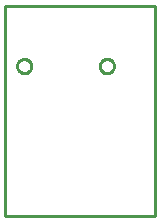
<source format=gbr>
G04 EAGLE Gerber RS-274X export*
G75*
%MOMM*%
%FSLAX34Y34*%
%LPD*%
%IN*%
%IPPOS*%
%AMOC8*
5,1,8,0,0,1.08239X$1,22.5*%
G01*
%ADD10C,0.254000*%


D10*
X0Y0D02*
X126800Y0D01*
X127000Y177800D01*
X0Y177800D01*
X0Y0D01*
X22000Y126663D02*
X21925Y125993D01*
X21775Y125336D01*
X21552Y124700D01*
X21260Y124093D01*
X20901Y123523D01*
X20481Y122996D01*
X20004Y122519D01*
X19478Y122099D01*
X18907Y121740D01*
X18300Y121448D01*
X17664Y121225D01*
X17007Y121075D01*
X16337Y121000D01*
X15663Y121000D01*
X14993Y121075D01*
X14336Y121225D01*
X13700Y121448D01*
X13093Y121740D01*
X12523Y122099D01*
X11996Y122519D01*
X11519Y122996D01*
X11099Y123523D01*
X10740Y124093D01*
X10448Y124700D01*
X10225Y125336D01*
X10075Y125993D01*
X10000Y126663D01*
X10000Y127337D01*
X10075Y128007D01*
X10225Y128664D01*
X10448Y129300D01*
X10740Y129907D01*
X11099Y130478D01*
X11519Y131004D01*
X11996Y131481D01*
X12523Y131901D01*
X13093Y132260D01*
X13700Y132552D01*
X14336Y132775D01*
X14993Y132925D01*
X15663Y133000D01*
X16337Y133000D01*
X17007Y132925D01*
X17664Y132775D01*
X18300Y132552D01*
X18907Y132260D01*
X19478Y131901D01*
X20004Y131481D01*
X20481Y131004D01*
X20901Y130478D01*
X21260Y129907D01*
X21552Y129300D01*
X21775Y128664D01*
X21925Y128007D01*
X22000Y127337D01*
X22000Y126663D01*
X92000Y126663D02*
X91925Y125993D01*
X91775Y125336D01*
X91552Y124700D01*
X91260Y124093D01*
X90901Y123523D01*
X90481Y122996D01*
X90004Y122519D01*
X89478Y122099D01*
X88907Y121740D01*
X88300Y121448D01*
X87664Y121225D01*
X87007Y121075D01*
X86337Y121000D01*
X85663Y121000D01*
X84993Y121075D01*
X84336Y121225D01*
X83700Y121448D01*
X83093Y121740D01*
X82523Y122099D01*
X81996Y122519D01*
X81519Y122996D01*
X81099Y123523D01*
X80740Y124093D01*
X80448Y124700D01*
X80225Y125336D01*
X80075Y125993D01*
X80000Y126663D01*
X80000Y127337D01*
X80075Y128007D01*
X80225Y128664D01*
X80448Y129300D01*
X80740Y129907D01*
X81099Y130478D01*
X81519Y131004D01*
X81996Y131481D01*
X82523Y131901D01*
X83093Y132260D01*
X83700Y132552D01*
X84336Y132775D01*
X84993Y132925D01*
X85663Y133000D01*
X86337Y133000D01*
X87007Y132925D01*
X87664Y132775D01*
X88300Y132552D01*
X88907Y132260D01*
X89478Y131901D01*
X90004Y131481D01*
X90481Y131004D01*
X90901Y130478D01*
X91260Y129907D01*
X91552Y129300D01*
X91775Y128664D01*
X91925Y128007D01*
X92000Y127337D01*
X92000Y126663D01*
M02*

</source>
